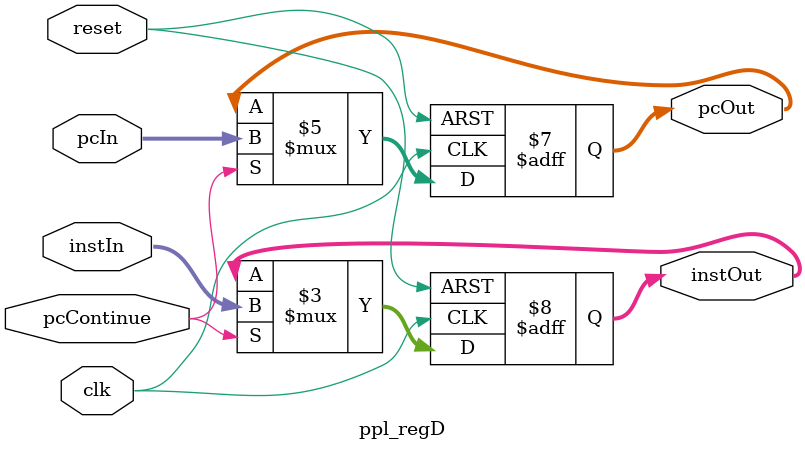
<source format=v>
module ppl_regD (clk, reset, pcContinue,
                pcIn, instIn,
                pcOut, instOut);
    input           clk, reset, pcContinue;
    input   [31:0]  pcIn, instIn;

    output  [31:0]  pcOut, instOut;
    reg     [31:0]  pcOut, instOut;

    always @ (posedge clk or negedge reset) begin
        if (reset == 0) begin
            pcOut <= 32'h8000_0000;
            instOut <= 0;
        end else if (pcContinue) begin
            pcOut <= pcIn;
            instOut <= instIn;
        end
    end
endmodule // ppl_regD

</source>
